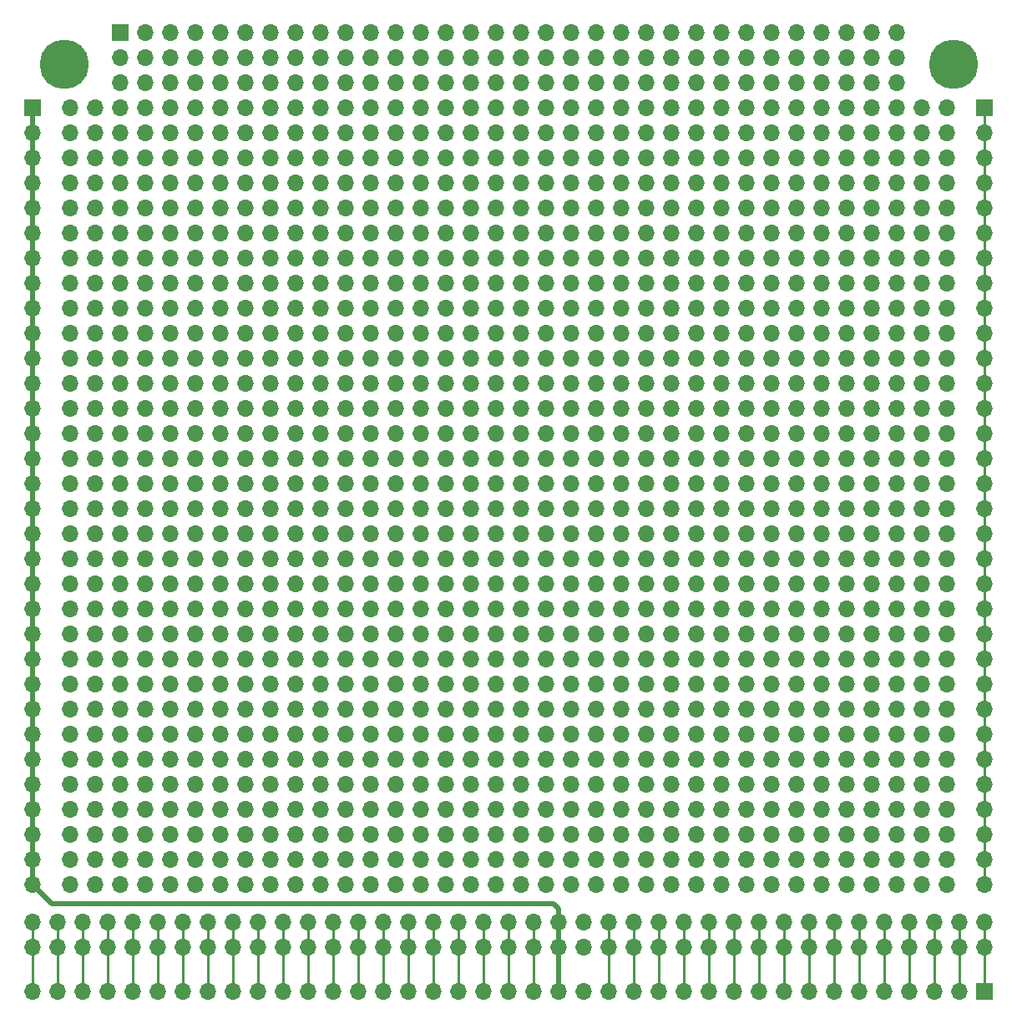
<source format=gtl>
G04 #@! TF.FileFunction,Copper,L1,Top,Signal*
%FSLAX46Y46*%
G04 Gerber Fmt 4.6, Leading zero omitted, Abs format (unit mm)*
G04 Created by KiCad (PCBNEW 4.0.7) date 02/09/19 17:10:25*
%MOMM*%
%LPD*%
G01*
G04 APERTURE LIST*
%ADD10C,0.100000*%
%ADD11R,1.700000X1.700000*%
%ADD12O,1.700000X1.700000*%
%ADD13C,5.000000*%
%ADD14C,0.250000*%
%ADD15C,0.500000*%
G04 APERTURE END LIST*
D10*
D11*
X110490000Y-42545000D03*
D12*
X113030000Y-42545000D03*
X115570000Y-42545000D03*
X118110000Y-42545000D03*
X120650000Y-42545000D03*
X123190000Y-42545000D03*
X125730000Y-42545000D03*
X128270000Y-42545000D03*
X130810000Y-42545000D03*
X133350000Y-42545000D03*
X135890000Y-42545000D03*
X138430000Y-42545000D03*
X140970000Y-42545000D03*
X143510000Y-42545000D03*
X146050000Y-42545000D03*
X148590000Y-42545000D03*
X151130000Y-42545000D03*
X153670000Y-42545000D03*
X156210000Y-42545000D03*
X158750000Y-42545000D03*
X161290000Y-42545000D03*
X163830000Y-42545000D03*
X166370000Y-42545000D03*
X168910000Y-42545000D03*
X171450000Y-42545000D03*
X173990000Y-42545000D03*
X176530000Y-42545000D03*
X179070000Y-42545000D03*
X181610000Y-42545000D03*
X184150000Y-42545000D03*
X186690000Y-42545000D03*
X189230000Y-42545000D03*
D11*
X198120000Y-139700000D03*
D12*
X195580000Y-139700000D03*
X193040000Y-139700000D03*
X190500000Y-139700000D03*
X187960000Y-139700000D03*
X185420000Y-139700000D03*
X182880000Y-139700000D03*
X180340000Y-139700000D03*
X177800000Y-139700000D03*
X175260000Y-139700000D03*
X172720000Y-139700000D03*
X170180000Y-139700000D03*
X167640000Y-139700000D03*
X165100000Y-139700000D03*
X162560000Y-139700000D03*
X160020000Y-139700000D03*
X157480000Y-139700000D03*
X154940000Y-139700000D03*
X152400000Y-139700000D03*
X149860000Y-139700000D03*
X147320000Y-139700000D03*
X144780000Y-139700000D03*
X142240000Y-139700000D03*
X139700000Y-139700000D03*
X137160000Y-139700000D03*
X134620000Y-139700000D03*
X132080000Y-139700000D03*
X129540000Y-139700000D03*
X127000000Y-139700000D03*
X124460000Y-139700000D03*
X121920000Y-139700000D03*
X119380000Y-139700000D03*
X116840000Y-139700000D03*
X114300000Y-139700000D03*
X111760000Y-139700000D03*
X109220000Y-139700000D03*
X106680000Y-139700000D03*
X104140000Y-139700000D03*
X101600000Y-139700000D03*
D13*
X194945000Y-45720000D03*
X104775000Y-45720000D03*
D11*
X198120000Y-50165000D03*
D12*
X198120000Y-52705000D03*
X198120000Y-55245000D03*
X198120000Y-57785000D03*
X198120000Y-60325000D03*
X198120000Y-62865000D03*
X198120000Y-65405000D03*
X198120000Y-67945000D03*
X198120000Y-70485000D03*
X198120000Y-73025000D03*
X198120000Y-75565000D03*
X198120000Y-78105000D03*
X198120000Y-80645000D03*
X198120000Y-83185000D03*
X198120000Y-85725000D03*
X198120000Y-88265000D03*
X198120000Y-90805000D03*
X198120000Y-93345000D03*
X198120000Y-95885000D03*
X198120000Y-98425000D03*
X198120000Y-100965000D03*
X198120000Y-103505000D03*
X198120000Y-106045000D03*
X198120000Y-108585000D03*
X198120000Y-111125000D03*
X198120000Y-113665000D03*
X198120000Y-116205000D03*
X198120000Y-118745000D03*
X198120000Y-121285000D03*
X198120000Y-123825000D03*
X198120000Y-126365000D03*
X198120000Y-128905000D03*
D11*
X101600000Y-50165000D03*
D12*
X101600000Y-52705000D03*
X101600000Y-55245000D03*
X101600000Y-57785000D03*
X101600000Y-60325000D03*
X101600000Y-62865000D03*
X101600000Y-65405000D03*
X101600000Y-67945000D03*
X101600000Y-70485000D03*
X101600000Y-73025000D03*
X101600000Y-75565000D03*
X101600000Y-78105000D03*
X101600000Y-80645000D03*
X101600000Y-83185000D03*
X101600000Y-85725000D03*
X101600000Y-88265000D03*
X101600000Y-90805000D03*
X101600000Y-93345000D03*
X101600000Y-95885000D03*
X101600000Y-98425000D03*
X101600000Y-100965000D03*
X101600000Y-103505000D03*
X101600000Y-106045000D03*
X101600000Y-108585000D03*
X101600000Y-111125000D03*
X101600000Y-113665000D03*
X101600000Y-116205000D03*
X101600000Y-118745000D03*
X101600000Y-121285000D03*
X101600000Y-123825000D03*
X101600000Y-126365000D03*
X101600000Y-128905000D03*
X107950000Y-50165000D03*
X107950000Y-52705000D03*
X107950000Y-55245000D03*
X107950000Y-57785000D03*
X107950000Y-60325000D03*
X107950000Y-62865000D03*
X107950000Y-65405000D03*
X107950000Y-67945000D03*
X107950000Y-70485000D03*
X107950000Y-73025000D03*
X107950000Y-75565000D03*
X107950000Y-78105000D03*
X107950000Y-80645000D03*
X107950000Y-83185000D03*
X107950000Y-85725000D03*
X107950000Y-88265000D03*
X107950000Y-90805000D03*
X107950000Y-93345000D03*
X107950000Y-95885000D03*
X107950000Y-98425000D03*
X107950000Y-100965000D03*
X107950000Y-103505000D03*
X107950000Y-106045000D03*
X107950000Y-108585000D03*
X107950000Y-111125000D03*
X107950000Y-113665000D03*
X107950000Y-116205000D03*
X107950000Y-118745000D03*
X107950000Y-121285000D03*
X107950000Y-123825000D03*
X107950000Y-126365000D03*
X107950000Y-128905000D03*
X110490000Y-45085000D03*
X110490000Y-47625000D03*
X110490000Y-50165000D03*
X110490000Y-52705000D03*
X110490000Y-55245000D03*
X110490000Y-57785000D03*
X110490000Y-60325000D03*
X110490000Y-62865000D03*
X110490000Y-65405000D03*
X110490000Y-67945000D03*
X110490000Y-70485000D03*
X110490000Y-73025000D03*
X110490000Y-75565000D03*
X110490000Y-78105000D03*
X110490000Y-80645000D03*
X110490000Y-83185000D03*
X110490000Y-85725000D03*
X110490000Y-88265000D03*
X110490000Y-90805000D03*
X110490000Y-93345000D03*
X110490000Y-95885000D03*
X110490000Y-98425000D03*
X110490000Y-100965000D03*
X110490000Y-103505000D03*
X110490000Y-106045000D03*
X110490000Y-108585000D03*
X110490000Y-111125000D03*
X110490000Y-113665000D03*
X110490000Y-116205000D03*
X110490000Y-118745000D03*
X110490000Y-121285000D03*
X110490000Y-123825000D03*
X110490000Y-126365000D03*
X110490000Y-128905000D03*
X105410000Y-50165000D03*
X105410000Y-52705000D03*
X105410000Y-55245000D03*
X105410000Y-57785000D03*
X105410000Y-60325000D03*
X105410000Y-62865000D03*
X105410000Y-65405000D03*
X105410000Y-67945000D03*
X105410000Y-70485000D03*
X105410000Y-73025000D03*
X105410000Y-75565000D03*
X105410000Y-78105000D03*
X105410000Y-80645000D03*
X105410000Y-83185000D03*
X105410000Y-85725000D03*
X105410000Y-88265000D03*
X105410000Y-90805000D03*
X105410000Y-93345000D03*
X105410000Y-95885000D03*
X105410000Y-98425000D03*
X105410000Y-100965000D03*
X105410000Y-103505000D03*
X105410000Y-106045000D03*
X105410000Y-108585000D03*
X105410000Y-111125000D03*
X105410000Y-113665000D03*
X105410000Y-116205000D03*
X105410000Y-118745000D03*
X105410000Y-121285000D03*
X105410000Y-123825000D03*
X105410000Y-126365000D03*
X105410000Y-128905000D03*
X194310000Y-50165000D03*
X194310000Y-52705000D03*
X194310000Y-55245000D03*
X194310000Y-57785000D03*
X194310000Y-60325000D03*
X194310000Y-62865000D03*
X194310000Y-65405000D03*
X194310000Y-67945000D03*
X194310000Y-70485000D03*
X194310000Y-73025000D03*
X194310000Y-75565000D03*
X194310000Y-78105000D03*
X194310000Y-80645000D03*
X194310000Y-83185000D03*
X194310000Y-85725000D03*
X194310000Y-88265000D03*
X194310000Y-90805000D03*
X194310000Y-93345000D03*
X194310000Y-95885000D03*
X194310000Y-98425000D03*
X194310000Y-100965000D03*
X194310000Y-103505000D03*
X194310000Y-106045000D03*
X194310000Y-108585000D03*
X194310000Y-111125000D03*
X194310000Y-113665000D03*
X194310000Y-116205000D03*
X194310000Y-118745000D03*
X194310000Y-121285000D03*
X194310000Y-123825000D03*
X194310000Y-126365000D03*
X194310000Y-128905000D03*
X191770000Y-50165000D03*
X191770000Y-52705000D03*
X191770000Y-55245000D03*
X191770000Y-57785000D03*
X191770000Y-60325000D03*
X191770000Y-62865000D03*
X191770000Y-65405000D03*
X191770000Y-67945000D03*
X191770000Y-70485000D03*
X191770000Y-73025000D03*
X191770000Y-75565000D03*
X191770000Y-78105000D03*
X191770000Y-80645000D03*
X191770000Y-83185000D03*
X191770000Y-85725000D03*
X191770000Y-88265000D03*
X191770000Y-90805000D03*
X191770000Y-93345000D03*
X191770000Y-95885000D03*
X191770000Y-98425000D03*
X191770000Y-100965000D03*
X191770000Y-103505000D03*
X191770000Y-106045000D03*
X191770000Y-108585000D03*
X191770000Y-111125000D03*
X191770000Y-113665000D03*
X191770000Y-116205000D03*
X191770000Y-118745000D03*
X191770000Y-121285000D03*
X191770000Y-123825000D03*
X191770000Y-126365000D03*
X191770000Y-128905000D03*
X113030000Y-45085000D03*
X113030000Y-47625000D03*
X113030000Y-50165000D03*
X113030000Y-52705000D03*
X113030000Y-55245000D03*
X113030000Y-57785000D03*
X113030000Y-60325000D03*
X113030000Y-62865000D03*
X113030000Y-65405000D03*
X113030000Y-67945000D03*
X113030000Y-70485000D03*
X113030000Y-73025000D03*
X113030000Y-75565000D03*
X113030000Y-78105000D03*
X113030000Y-80645000D03*
X113030000Y-83185000D03*
X113030000Y-85725000D03*
X113030000Y-88265000D03*
X113030000Y-90805000D03*
X113030000Y-93345000D03*
X113030000Y-95885000D03*
X113030000Y-98425000D03*
X113030000Y-100965000D03*
X113030000Y-103505000D03*
X113030000Y-106045000D03*
X113030000Y-108585000D03*
X113030000Y-111125000D03*
X113030000Y-113665000D03*
X113030000Y-116205000D03*
X113030000Y-118745000D03*
X113030000Y-121285000D03*
X113030000Y-123825000D03*
X113030000Y-126365000D03*
X113030000Y-128905000D03*
X115570000Y-45085000D03*
X115570000Y-47625000D03*
X115570000Y-50165000D03*
X115570000Y-52705000D03*
X115570000Y-55245000D03*
X115570000Y-57785000D03*
X115570000Y-60325000D03*
X115570000Y-62865000D03*
X115570000Y-65405000D03*
X115570000Y-67945000D03*
X115570000Y-70485000D03*
X115570000Y-73025000D03*
X115570000Y-75565000D03*
X115570000Y-78105000D03*
X115570000Y-80645000D03*
X115570000Y-83185000D03*
X115570000Y-85725000D03*
X115570000Y-88265000D03*
X115570000Y-90805000D03*
X115570000Y-93345000D03*
X115570000Y-95885000D03*
X115570000Y-98425000D03*
X115570000Y-100965000D03*
X115570000Y-103505000D03*
X115570000Y-106045000D03*
X115570000Y-108585000D03*
X115570000Y-111125000D03*
X115570000Y-113665000D03*
X115570000Y-116205000D03*
X115570000Y-118745000D03*
X115570000Y-121285000D03*
X115570000Y-123825000D03*
X115570000Y-126365000D03*
X115570000Y-128905000D03*
X118110000Y-45085000D03*
X118110000Y-47625000D03*
X118110000Y-50165000D03*
X118110000Y-52705000D03*
X118110000Y-55245000D03*
X118110000Y-57785000D03*
X118110000Y-60325000D03*
X118110000Y-62865000D03*
X118110000Y-65405000D03*
X118110000Y-67945000D03*
X118110000Y-70485000D03*
X118110000Y-73025000D03*
X118110000Y-75565000D03*
X118110000Y-78105000D03*
X118110000Y-80645000D03*
X118110000Y-83185000D03*
X118110000Y-85725000D03*
X118110000Y-88265000D03*
X118110000Y-90805000D03*
X118110000Y-93345000D03*
X118110000Y-95885000D03*
X118110000Y-98425000D03*
X118110000Y-100965000D03*
X118110000Y-103505000D03*
X118110000Y-106045000D03*
X118110000Y-108585000D03*
X118110000Y-111125000D03*
X118110000Y-113665000D03*
X118110000Y-116205000D03*
X118110000Y-118745000D03*
X118110000Y-121285000D03*
X118110000Y-123825000D03*
X118110000Y-126365000D03*
X118110000Y-128905000D03*
X120650000Y-45085000D03*
X120650000Y-47625000D03*
X120650000Y-50165000D03*
X120650000Y-52705000D03*
X120650000Y-55245000D03*
X120650000Y-57785000D03*
X120650000Y-60325000D03*
X120650000Y-62865000D03*
X120650000Y-65405000D03*
X120650000Y-67945000D03*
X120650000Y-70485000D03*
X120650000Y-73025000D03*
X120650000Y-75565000D03*
X120650000Y-78105000D03*
X120650000Y-80645000D03*
X120650000Y-83185000D03*
X120650000Y-85725000D03*
X120650000Y-88265000D03*
X120650000Y-90805000D03*
X120650000Y-93345000D03*
X120650000Y-95885000D03*
X120650000Y-98425000D03*
X120650000Y-100965000D03*
X120650000Y-103505000D03*
X120650000Y-106045000D03*
X120650000Y-108585000D03*
X120650000Y-111125000D03*
X120650000Y-113665000D03*
X120650000Y-116205000D03*
X120650000Y-118745000D03*
X120650000Y-121285000D03*
X120650000Y-123825000D03*
X120650000Y-126365000D03*
X120650000Y-128905000D03*
X123190000Y-45085000D03*
X123190000Y-47625000D03*
X123190000Y-50165000D03*
X123190000Y-52705000D03*
X123190000Y-55245000D03*
X123190000Y-57785000D03*
X123190000Y-60325000D03*
X123190000Y-62865000D03*
X123190000Y-65405000D03*
X123190000Y-67945000D03*
X123190000Y-70485000D03*
X123190000Y-73025000D03*
X123190000Y-75565000D03*
X123190000Y-78105000D03*
X123190000Y-80645000D03*
X123190000Y-83185000D03*
X123190000Y-85725000D03*
X123190000Y-88265000D03*
X123190000Y-90805000D03*
X123190000Y-93345000D03*
X123190000Y-95885000D03*
X123190000Y-98425000D03*
X123190000Y-100965000D03*
X123190000Y-103505000D03*
X123190000Y-106045000D03*
X123190000Y-108585000D03*
X123190000Y-111125000D03*
X123190000Y-113665000D03*
X123190000Y-116205000D03*
X123190000Y-118745000D03*
X123190000Y-121285000D03*
X123190000Y-123825000D03*
X123190000Y-126365000D03*
X123190000Y-128905000D03*
X125730000Y-45085000D03*
X125730000Y-47625000D03*
X125730000Y-50165000D03*
X125730000Y-52705000D03*
X125730000Y-55245000D03*
X125730000Y-57785000D03*
X125730000Y-60325000D03*
X125730000Y-62865000D03*
X125730000Y-65405000D03*
X125730000Y-67945000D03*
X125730000Y-70485000D03*
X125730000Y-73025000D03*
X125730000Y-75565000D03*
X125730000Y-78105000D03*
X125730000Y-80645000D03*
X125730000Y-83185000D03*
X125730000Y-85725000D03*
X125730000Y-88265000D03*
X125730000Y-90805000D03*
X125730000Y-93345000D03*
X125730000Y-95885000D03*
X125730000Y-98425000D03*
X125730000Y-100965000D03*
X125730000Y-103505000D03*
X125730000Y-106045000D03*
X125730000Y-108585000D03*
X125730000Y-111125000D03*
X125730000Y-113665000D03*
X125730000Y-116205000D03*
X125730000Y-118745000D03*
X125730000Y-121285000D03*
X125730000Y-123825000D03*
X125730000Y-126365000D03*
X125730000Y-128905000D03*
X128270000Y-45085000D03*
X128270000Y-47625000D03*
X128270000Y-50165000D03*
X128270000Y-52705000D03*
X128270000Y-55245000D03*
X128270000Y-57785000D03*
X128270000Y-60325000D03*
X128270000Y-62865000D03*
X128270000Y-65405000D03*
X128270000Y-67945000D03*
X128270000Y-70485000D03*
X128270000Y-73025000D03*
X128270000Y-75565000D03*
X128270000Y-78105000D03*
X128270000Y-80645000D03*
X128270000Y-83185000D03*
X128270000Y-85725000D03*
X128270000Y-88265000D03*
X128270000Y-90805000D03*
X128270000Y-93345000D03*
X128270000Y-95885000D03*
X128270000Y-98425000D03*
X128270000Y-100965000D03*
X128270000Y-103505000D03*
X128270000Y-106045000D03*
X128270000Y-108585000D03*
X128270000Y-111125000D03*
X128270000Y-113665000D03*
X128270000Y-116205000D03*
X128270000Y-118745000D03*
X128270000Y-121285000D03*
X128270000Y-123825000D03*
X128270000Y-126365000D03*
X128270000Y-128905000D03*
X130810000Y-45085000D03*
X130810000Y-47625000D03*
X130810000Y-50165000D03*
X130810000Y-52705000D03*
X130810000Y-55245000D03*
X130810000Y-57785000D03*
X130810000Y-60325000D03*
X130810000Y-62865000D03*
X130810000Y-65405000D03*
X130810000Y-67945000D03*
X130810000Y-70485000D03*
X130810000Y-73025000D03*
X130810000Y-75565000D03*
X130810000Y-78105000D03*
X130810000Y-80645000D03*
X130810000Y-83185000D03*
X130810000Y-85725000D03*
X130810000Y-88265000D03*
X130810000Y-90805000D03*
X130810000Y-93345000D03*
X130810000Y-95885000D03*
X130810000Y-98425000D03*
X130810000Y-100965000D03*
X130810000Y-103505000D03*
X130810000Y-106045000D03*
X130810000Y-108585000D03*
X130810000Y-111125000D03*
X130810000Y-113665000D03*
X130810000Y-116205000D03*
X130810000Y-118745000D03*
X130810000Y-121285000D03*
X130810000Y-123825000D03*
X130810000Y-126365000D03*
X130810000Y-128905000D03*
X133350000Y-45085000D03*
X133350000Y-47625000D03*
X133350000Y-50165000D03*
X133350000Y-52705000D03*
X133350000Y-55245000D03*
X133350000Y-57785000D03*
X133350000Y-60325000D03*
X133350000Y-62865000D03*
X133350000Y-65405000D03*
X133350000Y-67945000D03*
X133350000Y-70485000D03*
X133350000Y-73025000D03*
X133350000Y-75565000D03*
X133350000Y-78105000D03*
X133350000Y-80645000D03*
X133350000Y-83185000D03*
X133350000Y-85725000D03*
X133350000Y-88265000D03*
X133350000Y-90805000D03*
X133350000Y-93345000D03*
X133350000Y-95885000D03*
X133350000Y-98425000D03*
X133350000Y-100965000D03*
X133350000Y-103505000D03*
X133350000Y-106045000D03*
X133350000Y-108585000D03*
X133350000Y-111125000D03*
X133350000Y-113665000D03*
X133350000Y-116205000D03*
X133350000Y-118745000D03*
X133350000Y-121285000D03*
X133350000Y-123825000D03*
X133350000Y-126365000D03*
X133350000Y-128905000D03*
X135890000Y-45085000D03*
X135890000Y-47625000D03*
X135890000Y-50165000D03*
X135890000Y-52705000D03*
X135890000Y-55245000D03*
X135890000Y-57785000D03*
X135890000Y-60325000D03*
X135890000Y-62865000D03*
X135890000Y-65405000D03*
X135890000Y-67945000D03*
X135890000Y-70485000D03*
X135890000Y-73025000D03*
X135890000Y-75565000D03*
X135890000Y-78105000D03*
X135890000Y-80645000D03*
X135890000Y-83185000D03*
X135890000Y-85725000D03*
X135890000Y-88265000D03*
X135890000Y-90805000D03*
X135890000Y-93345000D03*
X135890000Y-95885000D03*
X135890000Y-98425000D03*
X135890000Y-100965000D03*
X135890000Y-103505000D03*
X135890000Y-106045000D03*
X135890000Y-108585000D03*
X135890000Y-111125000D03*
X135890000Y-113665000D03*
X135890000Y-116205000D03*
X135890000Y-118745000D03*
X135890000Y-121285000D03*
X135890000Y-123825000D03*
X135890000Y-126365000D03*
X135890000Y-128905000D03*
X138430000Y-45085000D03*
X138430000Y-47625000D03*
X138430000Y-50165000D03*
X138430000Y-52705000D03*
X138430000Y-55245000D03*
X138430000Y-57785000D03*
X138430000Y-60325000D03*
X138430000Y-62865000D03*
X138430000Y-65405000D03*
X138430000Y-67945000D03*
X138430000Y-70485000D03*
X138430000Y-73025000D03*
X138430000Y-75565000D03*
X138430000Y-78105000D03*
X138430000Y-80645000D03*
X138430000Y-83185000D03*
X138430000Y-85725000D03*
X138430000Y-88265000D03*
X138430000Y-90805000D03*
X138430000Y-93345000D03*
X138430000Y-95885000D03*
X138430000Y-98425000D03*
X138430000Y-100965000D03*
X138430000Y-103505000D03*
X138430000Y-106045000D03*
X138430000Y-108585000D03*
X138430000Y-111125000D03*
X138430000Y-113665000D03*
X138430000Y-116205000D03*
X138430000Y-118745000D03*
X138430000Y-121285000D03*
X138430000Y-123825000D03*
X138430000Y-126365000D03*
X138430000Y-128905000D03*
X140970000Y-45085000D03*
X140970000Y-47625000D03*
X140970000Y-50165000D03*
X140970000Y-52705000D03*
X140970000Y-55245000D03*
X140970000Y-57785000D03*
X140970000Y-60325000D03*
X140970000Y-62865000D03*
X140970000Y-65405000D03*
X140970000Y-67945000D03*
X140970000Y-70485000D03*
X140970000Y-73025000D03*
X140970000Y-75565000D03*
X140970000Y-78105000D03*
X140970000Y-80645000D03*
X140970000Y-83185000D03*
X140970000Y-85725000D03*
X140970000Y-88265000D03*
X140970000Y-90805000D03*
X140970000Y-93345000D03*
X140970000Y-95885000D03*
X140970000Y-98425000D03*
X140970000Y-100965000D03*
X140970000Y-103505000D03*
X140970000Y-106045000D03*
X140970000Y-108585000D03*
X140970000Y-111125000D03*
X140970000Y-113665000D03*
X140970000Y-116205000D03*
X140970000Y-118745000D03*
X140970000Y-121285000D03*
X140970000Y-123825000D03*
X140970000Y-126365000D03*
X140970000Y-128905000D03*
X143510000Y-45085000D03*
X143510000Y-47625000D03*
X143510000Y-50165000D03*
X143510000Y-52705000D03*
X143510000Y-55245000D03*
X143510000Y-57785000D03*
X143510000Y-60325000D03*
X143510000Y-62865000D03*
X143510000Y-65405000D03*
X143510000Y-67945000D03*
X143510000Y-70485000D03*
X143510000Y-73025000D03*
X143510000Y-75565000D03*
X143510000Y-78105000D03*
X143510000Y-80645000D03*
X143510000Y-83185000D03*
X143510000Y-85725000D03*
X143510000Y-88265000D03*
X143510000Y-90805000D03*
X143510000Y-93345000D03*
X143510000Y-95885000D03*
X143510000Y-98425000D03*
X143510000Y-100965000D03*
X143510000Y-103505000D03*
X143510000Y-106045000D03*
X143510000Y-108585000D03*
X143510000Y-111125000D03*
X143510000Y-113665000D03*
X143510000Y-116205000D03*
X143510000Y-118745000D03*
X143510000Y-121285000D03*
X143510000Y-123825000D03*
X143510000Y-126365000D03*
X143510000Y-128905000D03*
X146050000Y-45085000D03*
X146050000Y-47625000D03*
X146050000Y-50165000D03*
X146050000Y-52705000D03*
X146050000Y-55245000D03*
X146050000Y-57785000D03*
X146050000Y-60325000D03*
X146050000Y-62865000D03*
X146050000Y-65405000D03*
X146050000Y-67945000D03*
X146050000Y-70485000D03*
X146050000Y-73025000D03*
X146050000Y-75565000D03*
X146050000Y-78105000D03*
X146050000Y-80645000D03*
X146050000Y-83185000D03*
X146050000Y-85725000D03*
X146050000Y-88265000D03*
X146050000Y-90805000D03*
X146050000Y-93345000D03*
X146050000Y-95885000D03*
X146050000Y-98425000D03*
X146050000Y-100965000D03*
X146050000Y-103505000D03*
X146050000Y-106045000D03*
X146050000Y-108585000D03*
X146050000Y-111125000D03*
X146050000Y-113665000D03*
X146050000Y-116205000D03*
X146050000Y-118745000D03*
X146050000Y-121285000D03*
X146050000Y-123825000D03*
X146050000Y-126365000D03*
X146050000Y-128905000D03*
X148590000Y-45085000D03*
X148590000Y-47625000D03*
X148590000Y-50165000D03*
X148590000Y-52705000D03*
X148590000Y-55245000D03*
X148590000Y-57785000D03*
X148590000Y-60325000D03*
X148590000Y-62865000D03*
X148590000Y-65405000D03*
X148590000Y-67945000D03*
X148590000Y-70485000D03*
X148590000Y-73025000D03*
X148590000Y-75565000D03*
X148590000Y-78105000D03*
X148590000Y-80645000D03*
X148590000Y-83185000D03*
X148590000Y-85725000D03*
X148590000Y-88265000D03*
X148590000Y-90805000D03*
X148590000Y-93345000D03*
X148590000Y-95885000D03*
X148590000Y-98425000D03*
X148590000Y-100965000D03*
X148590000Y-103505000D03*
X148590000Y-106045000D03*
X148590000Y-108585000D03*
X148590000Y-111125000D03*
X148590000Y-113665000D03*
X148590000Y-116205000D03*
X148590000Y-118745000D03*
X148590000Y-121285000D03*
X148590000Y-123825000D03*
X148590000Y-126365000D03*
X148590000Y-128905000D03*
X151130000Y-45085000D03*
X151130000Y-47625000D03*
X151130000Y-50165000D03*
X151130000Y-52705000D03*
X151130000Y-55245000D03*
X151130000Y-57785000D03*
X151130000Y-60325000D03*
X151130000Y-62865000D03*
X151130000Y-65405000D03*
X151130000Y-67945000D03*
X151130000Y-70485000D03*
X151130000Y-73025000D03*
X151130000Y-75565000D03*
X151130000Y-78105000D03*
X151130000Y-80645000D03*
X151130000Y-83185000D03*
X151130000Y-85725000D03*
X151130000Y-88265000D03*
X151130000Y-90805000D03*
X151130000Y-93345000D03*
X151130000Y-95885000D03*
X151130000Y-98425000D03*
X151130000Y-100965000D03*
X151130000Y-103505000D03*
X151130000Y-106045000D03*
X151130000Y-108585000D03*
X151130000Y-111125000D03*
X151130000Y-113665000D03*
X151130000Y-116205000D03*
X151130000Y-118745000D03*
X151130000Y-121285000D03*
X151130000Y-123825000D03*
X151130000Y-126365000D03*
X151130000Y-128905000D03*
X153670000Y-45085000D03*
X153670000Y-47625000D03*
X153670000Y-50165000D03*
X153670000Y-52705000D03*
X153670000Y-55245000D03*
X153670000Y-57785000D03*
X153670000Y-60325000D03*
X153670000Y-62865000D03*
X153670000Y-65405000D03*
X153670000Y-67945000D03*
X153670000Y-70485000D03*
X153670000Y-73025000D03*
X153670000Y-75565000D03*
X153670000Y-78105000D03*
X153670000Y-80645000D03*
X153670000Y-83185000D03*
X153670000Y-85725000D03*
X153670000Y-88265000D03*
X153670000Y-90805000D03*
X153670000Y-93345000D03*
X153670000Y-95885000D03*
X153670000Y-98425000D03*
X153670000Y-100965000D03*
X153670000Y-103505000D03*
X153670000Y-106045000D03*
X153670000Y-108585000D03*
X153670000Y-111125000D03*
X153670000Y-113665000D03*
X153670000Y-116205000D03*
X153670000Y-118745000D03*
X153670000Y-121285000D03*
X153670000Y-123825000D03*
X153670000Y-126365000D03*
X153670000Y-128905000D03*
X156210000Y-45085000D03*
X156210000Y-47625000D03*
X156210000Y-50165000D03*
X156210000Y-52705000D03*
X156210000Y-55245000D03*
X156210000Y-57785000D03*
X156210000Y-60325000D03*
X156210000Y-62865000D03*
X156210000Y-65405000D03*
X156210000Y-67945000D03*
X156210000Y-70485000D03*
X156210000Y-73025000D03*
X156210000Y-75565000D03*
X156210000Y-78105000D03*
X156210000Y-80645000D03*
X156210000Y-83185000D03*
X156210000Y-85725000D03*
X156210000Y-88265000D03*
X156210000Y-90805000D03*
X156210000Y-93345000D03*
X156210000Y-95885000D03*
X156210000Y-98425000D03*
X156210000Y-100965000D03*
X156210000Y-103505000D03*
X156210000Y-106045000D03*
X156210000Y-108585000D03*
X156210000Y-111125000D03*
X156210000Y-113665000D03*
X156210000Y-116205000D03*
X156210000Y-118745000D03*
X156210000Y-121285000D03*
X156210000Y-123825000D03*
X156210000Y-126365000D03*
X156210000Y-128905000D03*
X158750000Y-45085000D03*
X158750000Y-47625000D03*
X158750000Y-50165000D03*
X158750000Y-52705000D03*
X158750000Y-55245000D03*
X158750000Y-57785000D03*
X158750000Y-60325000D03*
X158750000Y-62865000D03*
X158750000Y-65405000D03*
X158750000Y-67945000D03*
X158750000Y-70485000D03*
X158750000Y-73025000D03*
X158750000Y-75565000D03*
X158750000Y-78105000D03*
X158750000Y-80645000D03*
X158750000Y-83185000D03*
X158750000Y-85725000D03*
X158750000Y-88265000D03*
X158750000Y-90805000D03*
X158750000Y-93345000D03*
X158750000Y-95885000D03*
X158750000Y-98425000D03*
X158750000Y-100965000D03*
X158750000Y-103505000D03*
X158750000Y-106045000D03*
X158750000Y-108585000D03*
X158750000Y-111125000D03*
X158750000Y-113665000D03*
X158750000Y-116205000D03*
X158750000Y-118745000D03*
X158750000Y-121285000D03*
X158750000Y-123825000D03*
X158750000Y-126365000D03*
X158750000Y-128905000D03*
X161290000Y-45085000D03*
X161290000Y-47625000D03*
X161290000Y-50165000D03*
X161290000Y-52705000D03*
X161290000Y-55245000D03*
X161290000Y-57785000D03*
X161290000Y-60325000D03*
X161290000Y-62865000D03*
X161290000Y-65405000D03*
X161290000Y-67945000D03*
X161290000Y-70485000D03*
X161290000Y-73025000D03*
X161290000Y-75565000D03*
X161290000Y-78105000D03*
X161290000Y-80645000D03*
X161290000Y-83185000D03*
X161290000Y-85725000D03*
X161290000Y-88265000D03*
X161290000Y-90805000D03*
X161290000Y-93345000D03*
X161290000Y-95885000D03*
X161290000Y-98425000D03*
X161290000Y-100965000D03*
X161290000Y-103505000D03*
X161290000Y-106045000D03*
X161290000Y-108585000D03*
X161290000Y-111125000D03*
X161290000Y-113665000D03*
X161290000Y-116205000D03*
X161290000Y-118745000D03*
X161290000Y-121285000D03*
X161290000Y-123825000D03*
X161290000Y-126365000D03*
X161290000Y-128905000D03*
X163830000Y-45085000D03*
X163830000Y-47625000D03*
X163830000Y-50165000D03*
X163830000Y-52705000D03*
X163830000Y-55245000D03*
X163830000Y-57785000D03*
X163830000Y-60325000D03*
X163830000Y-62865000D03*
X163830000Y-65405000D03*
X163830000Y-67945000D03*
X163830000Y-70485000D03*
X163830000Y-73025000D03*
X163830000Y-75565000D03*
X163830000Y-78105000D03*
X163830000Y-80645000D03*
X163830000Y-83185000D03*
X163830000Y-85725000D03*
X163830000Y-88265000D03*
X163830000Y-90805000D03*
X163830000Y-93345000D03*
X163830000Y-95885000D03*
X163830000Y-98425000D03*
X163830000Y-100965000D03*
X163830000Y-103505000D03*
X163830000Y-106045000D03*
X163830000Y-108585000D03*
X163830000Y-111125000D03*
X163830000Y-113665000D03*
X163830000Y-116205000D03*
X163830000Y-118745000D03*
X163830000Y-121285000D03*
X163830000Y-123825000D03*
X163830000Y-126365000D03*
X163830000Y-128905000D03*
X166370000Y-45085000D03*
X166370000Y-47625000D03*
X166370000Y-50165000D03*
X166370000Y-52705000D03*
X166370000Y-55245000D03*
X166370000Y-57785000D03*
X166370000Y-60325000D03*
X166370000Y-62865000D03*
X166370000Y-65405000D03*
X166370000Y-67945000D03*
X166370000Y-70485000D03*
X166370000Y-73025000D03*
X166370000Y-75565000D03*
X166370000Y-78105000D03*
X166370000Y-80645000D03*
X166370000Y-83185000D03*
X166370000Y-85725000D03*
X166370000Y-88265000D03*
X166370000Y-90805000D03*
X166370000Y-93345000D03*
X166370000Y-95885000D03*
X166370000Y-98425000D03*
X166370000Y-100965000D03*
X166370000Y-103505000D03*
X166370000Y-106045000D03*
X166370000Y-108585000D03*
X166370000Y-111125000D03*
X166370000Y-113665000D03*
X166370000Y-116205000D03*
X166370000Y-118745000D03*
X166370000Y-121285000D03*
X166370000Y-123825000D03*
X166370000Y-126365000D03*
X166370000Y-128905000D03*
X168910000Y-45085000D03*
X168910000Y-47625000D03*
X168910000Y-50165000D03*
X168910000Y-52705000D03*
X168910000Y-55245000D03*
X168910000Y-57785000D03*
X168910000Y-60325000D03*
X168910000Y-62865000D03*
X168910000Y-65405000D03*
X168910000Y-67945000D03*
X168910000Y-70485000D03*
X168910000Y-73025000D03*
X168910000Y-75565000D03*
X168910000Y-78105000D03*
X168910000Y-80645000D03*
X168910000Y-83185000D03*
X168910000Y-85725000D03*
X168910000Y-88265000D03*
X168910000Y-90805000D03*
X168910000Y-93345000D03*
X168910000Y-95885000D03*
X168910000Y-98425000D03*
X168910000Y-100965000D03*
X168910000Y-103505000D03*
X168910000Y-106045000D03*
X168910000Y-108585000D03*
X168910000Y-111125000D03*
X168910000Y-113665000D03*
X168910000Y-116205000D03*
X168910000Y-118745000D03*
X168910000Y-121285000D03*
X168910000Y-123825000D03*
X168910000Y-126365000D03*
X168910000Y-128905000D03*
X171450000Y-45085000D03*
X171450000Y-47625000D03*
X171450000Y-50165000D03*
X171450000Y-52705000D03*
X171450000Y-55245000D03*
X171450000Y-57785000D03*
X171450000Y-60325000D03*
X171450000Y-62865000D03*
X171450000Y-65405000D03*
X171450000Y-67945000D03*
X171450000Y-70485000D03*
X171450000Y-73025000D03*
X171450000Y-75565000D03*
X171450000Y-78105000D03*
X171450000Y-80645000D03*
X171450000Y-83185000D03*
X171450000Y-85725000D03*
X171450000Y-88265000D03*
X171450000Y-90805000D03*
X171450000Y-93345000D03*
X171450000Y-95885000D03*
X171450000Y-98425000D03*
X171450000Y-100965000D03*
X171450000Y-103505000D03*
X171450000Y-106045000D03*
X171450000Y-108585000D03*
X171450000Y-111125000D03*
X171450000Y-113665000D03*
X171450000Y-116205000D03*
X171450000Y-118745000D03*
X171450000Y-121285000D03*
X171450000Y-123825000D03*
X171450000Y-126365000D03*
X171450000Y-128905000D03*
X173990000Y-45085000D03*
X173990000Y-47625000D03*
X173990000Y-50165000D03*
X173990000Y-52705000D03*
X173990000Y-55245000D03*
X173990000Y-57785000D03*
X173990000Y-60325000D03*
X173990000Y-62865000D03*
X173990000Y-65405000D03*
X173990000Y-67945000D03*
X173990000Y-70485000D03*
X173990000Y-73025000D03*
X173990000Y-75565000D03*
X173990000Y-78105000D03*
X173990000Y-80645000D03*
X173990000Y-83185000D03*
X173990000Y-85725000D03*
X173990000Y-88265000D03*
X173990000Y-90805000D03*
X173990000Y-93345000D03*
X173990000Y-95885000D03*
X173990000Y-98425000D03*
X173990000Y-100965000D03*
X173990000Y-103505000D03*
X173990000Y-106045000D03*
X173990000Y-108585000D03*
X173990000Y-111125000D03*
X173990000Y-113665000D03*
X173990000Y-116205000D03*
X173990000Y-118745000D03*
X173990000Y-121285000D03*
X173990000Y-123825000D03*
X173990000Y-126365000D03*
X173990000Y-128905000D03*
X176530000Y-45085000D03*
X176530000Y-47625000D03*
X176530000Y-50165000D03*
X176530000Y-52705000D03*
X176530000Y-55245000D03*
X176530000Y-57785000D03*
X176530000Y-60325000D03*
X176530000Y-62865000D03*
X176530000Y-65405000D03*
X176530000Y-67945000D03*
X176530000Y-70485000D03*
X176530000Y-73025000D03*
X176530000Y-75565000D03*
X176530000Y-78105000D03*
X176530000Y-80645000D03*
X176530000Y-83185000D03*
X176530000Y-85725000D03*
X176530000Y-88265000D03*
X176530000Y-90805000D03*
X176530000Y-93345000D03*
X176530000Y-95885000D03*
X176530000Y-98425000D03*
X176530000Y-100965000D03*
X176530000Y-103505000D03*
X176530000Y-106045000D03*
X176530000Y-108585000D03*
X176530000Y-111125000D03*
X176530000Y-113665000D03*
X176530000Y-116205000D03*
X176530000Y-118745000D03*
X176530000Y-121285000D03*
X176530000Y-123825000D03*
X176530000Y-126365000D03*
X176530000Y-128905000D03*
X179070000Y-45085000D03*
X179070000Y-47625000D03*
X179070000Y-50165000D03*
X179070000Y-52705000D03*
X179070000Y-55245000D03*
X179070000Y-57785000D03*
X179070000Y-60325000D03*
X179070000Y-62865000D03*
X179070000Y-65405000D03*
X179070000Y-67945000D03*
X179070000Y-70485000D03*
X179070000Y-73025000D03*
X179070000Y-75565000D03*
X179070000Y-78105000D03*
X179070000Y-80645000D03*
X179070000Y-83185000D03*
X179070000Y-85725000D03*
X179070000Y-88265000D03*
X179070000Y-90805000D03*
X179070000Y-93345000D03*
X179070000Y-95885000D03*
X179070000Y-98425000D03*
X179070000Y-100965000D03*
X179070000Y-103505000D03*
X179070000Y-106045000D03*
X179070000Y-108585000D03*
X179070000Y-111125000D03*
X179070000Y-113665000D03*
X179070000Y-116205000D03*
X179070000Y-118745000D03*
X179070000Y-121285000D03*
X179070000Y-123825000D03*
X179070000Y-126365000D03*
X179070000Y-128905000D03*
X181610000Y-45085000D03*
X181610000Y-47625000D03*
X181610000Y-50165000D03*
X181610000Y-52705000D03*
X181610000Y-55245000D03*
X181610000Y-57785000D03*
X181610000Y-60325000D03*
X181610000Y-62865000D03*
X181610000Y-65405000D03*
X181610000Y-67945000D03*
X181610000Y-70485000D03*
X181610000Y-73025000D03*
X181610000Y-75565000D03*
X181610000Y-78105000D03*
X181610000Y-80645000D03*
X181610000Y-83185000D03*
X181610000Y-85725000D03*
X181610000Y-88265000D03*
X181610000Y-90805000D03*
X181610000Y-93345000D03*
X181610000Y-95885000D03*
X181610000Y-98425000D03*
X181610000Y-100965000D03*
X181610000Y-103505000D03*
X181610000Y-106045000D03*
X181610000Y-108585000D03*
X181610000Y-111125000D03*
X181610000Y-113665000D03*
X181610000Y-116205000D03*
X181610000Y-118745000D03*
X181610000Y-121285000D03*
X181610000Y-123825000D03*
X181610000Y-126365000D03*
X181610000Y-128905000D03*
X184150000Y-45085000D03*
X184150000Y-47625000D03*
X184150000Y-50165000D03*
X184150000Y-52705000D03*
X184150000Y-55245000D03*
X184150000Y-57785000D03*
X184150000Y-60325000D03*
X184150000Y-62865000D03*
X184150000Y-65405000D03*
X184150000Y-67945000D03*
X184150000Y-70485000D03*
X184150000Y-73025000D03*
X184150000Y-75565000D03*
X184150000Y-78105000D03*
X184150000Y-80645000D03*
X184150000Y-83185000D03*
X184150000Y-85725000D03*
X184150000Y-88265000D03*
X184150000Y-90805000D03*
X184150000Y-93345000D03*
X184150000Y-95885000D03*
X184150000Y-98425000D03*
X184150000Y-100965000D03*
X184150000Y-103505000D03*
X184150000Y-106045000D03*
X184150000Y-108585000D03*
X184150000Y-111125000D03*
X184150000Y-113665000D03*
X184150000Y-116205000D03*
X184150000Y-118745000D03*
X184150000Y-121285000D03*
X184150000Y-123825000D03*
X184150000Y-126365000D03*
X184150000Y-128905000D03*
X186690000Y-45085000D03*
X186690000Y-47625000D03*
X186690000Y-50165000D03*
X186690000Y-52705000D03*
X186690000Y-55245000D03*
X186690000Y-57785000D03*
X186690000Y-60325000D03*
X186690000Y-62865000D03*
X186690000Y-65405000D03*
X186690000Y-67945000D03*
X186690000Y-70485000D03*
X186690000Y-73025000D03*
X186690000Y-75565000D03*
X186690000Y-78105000D03*
X186690000Y-80645000D03*
X186690000Y-83185000D03*
X186690000Y-85725000D03*
X186690000Y-88265000D03*
X186690000Y-90805000D03*
X186690000Y-93345000D03*
X186690000Y-95885000D03*
X186690000Y-98425000D03*
X186690000Y-100965000D03*
X186690000Y-103505000D03*
X186690000Y-106045000D03*
X186690000Y-108585000D03*
X186690000Y-111125000D03*
X186690000Y-113665000D03*
X186690000Y-116205000D03*
X186690000Y-118745000D03*
X186690000Y-121285000D03*
X186690000Y-123825000D03*
X186690000Y-126365000D03*
X186690000Y-128905000D03*
X189230000Y-45085000D03*
X189230000Y-47625000D03*
X189230000Y-50165000D03*
X189230000Y-52705000D03*
X189230000Y-55245000D03*
X189230000Y-57785000D03*
X189230000Y-60325000D03*
X189230000Y-62865000D03*
X189230000Y-65405000D03*
X189230000Y-67945000D03*
X189230000Y-70485000D03*
X189230000Y-73025000D03*
X189230000Y-75565000D03*
X189230000Y-78105000D03*
X189230000Y-80645000D03*
X189230000Y-83185000D03*
X189230000Y-85725000D03*
X189230000Y-88265000D03*
X189230000Y-90805000D03*
X189230000Y-93345000D03*
X189230000Y-95885000D03*
X189230000Y-98425000D03*
X189230000Y-100965000D03*
X189230000Y-103505000D03*
X189230000Y-106045000D03*
X189230000Y-108585000D03*
X189230000Y-111125000D03*
X189230000Y-113665000D03*
X189230000Y-116205000D03*
X189230000Y-118745000D03*
X189230000Y-121285000D03*
X189230000Y-123825000D03*
X189230000Y-126365000D03*
X189230000Y-128905000D03*
X101600000Y-135255000D03*
X104140000Y-135255000D03*
X106680000Y-135255000D03*
X109220000Y-135255000D03*
X111760000Y-135255000D03*
X114300000Y-135255000D03*
X116840000Y-135255000D03*
X119380000Y-135255000D03*
X121920000Y-135255000D03*
X124460000Y-135255000D03*
X127000000Y-135255000D03*
X129540000Y-135255000D03*
X132080000Y-135255000D03*
X134620000Y-135255000D03*
X137160000Y-135255000D03*
X139700000Y-135255000D03*
X142240000Y-135255000D03*
X144780000Y-135255000D03*
X147320000Y-135255000D03*
X149860000Y-135255000D03*
X152400000Y-135255000D03*
X154940000Y-135255000D03*
X157480000Y-135255000D03*
X160020000Y-135255000D03*
X162560000Y-135255000D03*
X165100000Y-135255000D03*
X167640000Y-135255000D03*
X170180000Y-135255000D03*
X172720000Y-135255000D03*
X175260000Y-135255000D03*
X177800000Y-135255000D03*
X180340000Y-135255000D03*
X182880000Y-135255000D03*
X185420000Y-135255000D03*
X187960000Y-135255000D03*
X190500000Y-135255000D03*
X193040000Y-135255000D03*
X195580000Y-135255000D03*
X198120000Y-135255000D03*
X198120000Y-132715000D03*
X195580000Y-132715000D03*
X193040000Y-132715000D03*
X190500000Y-132715000D03*
X187960000Y-132715000D03*
X185420000Y-132715000D03*
X182880000Y-132715000D03*
X180340000Y-132715000D03*
X177800000Y-132715000D03*
X175260000Y-132715000D03*
X172720000Y-132715000D03*
X170180000Y-132715000D03*
X167640000Y-132715000D03*
X165100000Y-132715000D03*
X162560000Y-132715000D03*
X160020000Y-132715000D03*
X157480000Y-132715000D03*
X154940000Y-132715000D03*
X152400000Y-132715000D03*
X149860000Y-132715000D03*
X147320000Y-132715000D03*
X144780000Y-132715000D03*
X142240000Y-132715000D03*
X139700000Y-132715000D03*
X137160000Y-132715000D03*
X134620000Y-132715000D03*
X132080000Y-132715000D03*
X129540000Y-132715000D03*
X127000000Y-132715000D03*
X124460000Y-132715000D03*
X121920000Y-132715000D03*
X119380000Y-132715000D03*
X116840000Y-132715000D03*
X114300000Y-132715000D03*
X111760000Y-132715000D03*
X109220000Y-132715000D03*
X106680000Y-132715000D03*
X104140000Y-132715000D03*
X101600000Y-132715000D03*
D14*
X198120000Y-135255000D02*
X198120000Y-139700000D01*
X198120000Y-132715000D02*
X198120000Y-135255000D01*
X195580000Y-139700000D02*
X195580000Y-135255000D01*
X195580000Y-135255000D02*
X195580000Y-132715000D01*
X193040000Y-132715000D02*
X193040000Y-135255000D01*
X193040000Y-135255000D02*
X193040000Y-139700000D01*
X190500000Y-139700000D02*
X190500000Y-135255000D01*
X190500000Y-135255000D02*
X190500000Y-132715000D01*
X187960000Y-132715000D02*
X187960000Y-135255000D01*
X187960000Y-135255000D02*
X187960000Y-139700000D01*
X185420000Y-139700000D02*
X185420000Y-135255000D01*
X185420000Y-135255000D02*
X185420000Y-132715000D01*
X182880000Y-132715000D02*
X182880000Y-135255000D01*
X182880000Y-135255000D02*
X182880000Y-139700000D01*
X180340000Y-139700000D02*
X180340000Y-135255000D01*
X180340000Y-135255000D02*
X180340000Y-132715000D01*
X177800000Y-132715000D02*
X177800000Y-135255000D01*
X177800000Y-135255000D02*
X177800000Y-139700000D01*
X175260000Y-139700000D02*
X175260000Y-135255000D01*
X175260000Y-135255000D02*
X175260000Y-132715000D01*
X172720000Y-139700000D02*
X172720000Y-135255000D01*
X172720000Y-135255000D02*
X172720000Y-132715000D01*
X170180000Y-132715000D02*
X170180000Y-135255000D01*
X170180000Y-135255000D02*
X170180000Y-139700000D01*
X167640000Y-139700000D02*
X167640000Y-135255000D01*
X167640000Y-135255000D02*
X167640000Y-132715000D01*
X165100000Y-139700000D02*
X165100000Y-135255000D01*
X165100000Y-135255000D02*
X165100000Y-132715000D01*
X162560000Y-132715000D02*
X162560000Y-135255000D01*
X162560000Y-135255000D02*
X162560000Y-139700000D01*
X160020000Y-139700000D02*
X160020000Y-135255000D01*
X160020000Y-135255000D02*
X160020000Y-132715000D01*
X152400000Y-139700000D02*
X152400000Y-135255000D01*
X152400000Y-135255000D02*
X152400000Y-132715000D01*
X149860000Y-139700000D02*
X149860000Y-135255000D01*
X149860000Y-135255000D02*
X149860000Y-132715000D01*
X147320000Y-132715000D02*
X147320000Y-135255000D01*
X147320000Y-135255000D02*
X147320000Y-139700000D01*
X144780000Y-139700000D02*
X144780000Y-135255000D01*
X144780000Y-135255000D02*
X144780000Y-132715000D01*
X142240000Y-132715000D02*
X142240000Y-135255000D01*
X142240000Y-135255000D02*
X142240000Y-139700000D01*
X139700000Y-139700000D02*
X139700000Y-135255000D01*
X139700000Y-135255000D02*
X139700000Y-132715000D01*
X137160000Y-132715000D02*
X137160000Y-135255000D01*
X137160000Y-135255000D02*
X137160000Y-139700000D01*
X134620000Y-139700000D02*
X134620000Y-135255000D01*
X134620000Y-135255000D02*
X134620000Y-132715000D01*
X132080000Y-132715000D02*
X132080000Y-135255000D01*
X132080000Y-135255000D02*
X132080000Y-139700000D01*
X129540000Y-139700000D02*
X129540000Y-135255000D01*
X129540000Y-135255000D02*
X129540000Y-132715000D01*
X127000000Y-132715000D02*
X127000000Y-135255000D01*
X127000000Y-135255000D02*
X127000000Y-139700000D01*
X124460000Y-139700000D02*
X124460000Y-135255000D01*
X124460000Y-135255000D02*
X124460000Y-132715000D01*
X121920000Y-132715000D02*
X121920000Y-135255000D01*
X121920000Y-135255000D02*
X121920000Y-139700000D01*
X119380000Y-139700000D02*
X119380000Y-135255000D01*
X119380000Y-135255000D02*
X119380000Y-132715000D01*
X116840000Y-139700000D02*
X116840000Y-135255000D01*
X116840000Y-135255000D02*
X116840000Y-132715000D01*
X114300000Y-132715000D02*
X114300000Y-135255000D01*
X114300000Y-135255000D02*
X114300000Y-139700000D01*
X111760000Y-139700000D02*
X111760000Y-135255000D01*
X111760000Y-135255000D02*
X111760000Y-132715000D01*
X109220000Y-132715000D02*
X109220000Y-135255000D01*
X109220000Y-135255000D02*
X109220000Y-139700000D01*
X106680000Y-139700000D02*
X106680000Y-135255000D01*
X106680000Y-135255000D02*
X106680000Y-132715000D01*
X104140000Y-132715000D02*
X104140000Y-135255000D01*
X104140000Y-135255000D02*
X104140000Y-139700000D01*
X101600000Y-139700000D02*
X101600000Y-135255000D01*
X101600000Y-135255000D02*
X101600000Y-132715000D01*
X198120000Y-128905000D02*
X198120000Y-126365000D01*
X198120000Y-126365000D02*
X198120000Y-123825000D01*
X198120000Y-123825000D02*
X198120000Y-121285000D01*
X198120000Y-121285000D02*
X198120000Y-118745000D01*
X198120000Y-118745000D02*
X198120000Y-116205000D01*
X198120000Y-116205000D02*
X198120000Y-113665000D01*
X198120000Y-50165000D02*
X198120000Y-52705000D01*
X198120000Y-52705000D02*
X198120000Y-55245000D01*
X198120000Y-55245000D02*
X198120000Y-57785000D01*
X198120000Y-57785000D02*
X198120000Y-60325000D01*
X198120000Y-60325000D02*
X198120000Y-62865000D01*
X198120000Y-62865000D02*
X198120000Y-65405000D01*
X198120000Y-65405000D02*
X198120000Y-67945000D01*
X198120000Y-67945000D02*
X198120000Y-70485000D01*
X198120000Y-70485000D02*
X198120000Y-73025000D01*
X198120000Y-73025000D02*
X198120000Y-75565000D01*
X198120000Y-75565000D02*
X198120000Y-78105000D01*
X198120000Y-78105000D02*
X198120000Y-80645000D01*
X198120000Y-80645000D02*
X198120000Y-83185000D01*
X198120000Y-83185000D02*
X198120000Y-85725000D01*
X198120000Y-85725000D02*
X198120000Y-88265000D01*
X198120000Y-88265000D02*
X198120000Y-90805000D01*
X198120000Y-90805000D02*
X198120000Y-93345000D01*
X198120000Y-93345000D02*
X198120000Y-95885000D01*
X198120000Y-95885000D02*
X198120000Y-98425000D01*
X198120000Y-98425000D02*
X198120000Y-100965000D01*
X198120000Y-100965000D02*
X198120000Y-103505000D01*
X198120000Y-103505000D02*
X198120000Y-106045000D01*
X198120000Y-106045000D02*
X198120000Y-108585000D01*
X198120000Y-108585000D02*
X198120000Y-111125000D01*
X198120000Y-111125000D02*
X198120000Y-113665000D01*
D15*
X154940000Y-132715000D02*
X154940000Y-135255000D01*
X154940000Y-135255000D02*
X154940000Y-139700000D01*
X154305000Y-130810000D02*
X154432000Y-130810000D01*
X154305000Y-130810000D02*
X103505000Y-130810000D01*
X101600000Y-128905000D02*
X103505000Y-130810000D01*
X154940000Y-131318000D02*
X154940000Y-132715000D01*
X154432000Y-130810000D02*
X154940000Y-131318000D01*
X101600000Y-52705000D02*
X101600000Y-50165000D01*
X101600000Y-55245000D02*
X101600000Y-52705000D01*
X101600000Y-57785000D02*
X101600000Y-55245000D01*
X101600000Y-60325000D02*
X101600000Y-57785000D01*
X101600000Y-62865000D02*
X101600000Y-60325000D01*
X101600000Y-65405000D02*
X101600000Y-62865000D01*
X101600000Y-67945000D02*
X101600000Y-65405000D01*
X101600000Y-70485000D02*
X101600000Y-67945000D01*
X101600000Y-73025000D02*
X101600000Y-70485000D01*
X101600000Y-75565000D02*
X101600000Y-73025000D01*
X101600000Y-78105000D02*
X101600000Y-75565000D01*
X101600000Y-80645000D02*
X101600000Y-78105000D01*
X101600000Y-83185000D02*
X101600000Y-80645000D01*
X101600000Y-85725000D02*
X101600000Y-83185000D01*
X101600000Y-88265000D02*
X101600000Y-85725000D01*
X101600000Y-90805000D02*
X101600000Y-88265000D01*
X101600000Y-93345000D02*
X101600000Y-90805000D01*
X101600000Y-95885000D02*
X101600000Y-93345000D01*
X101600000Y-98425000D02*
X101600000Y-95885000D01*
X101600000Y-100965000D02*
X101600000Y-98425000D01*
X101600000Y-103505000D02*
X101600000Y-100965000D01*
X101600000Y-103505000D02*
X101600000Y-106045000D01*
X101600000Y-108585000D02*
X101600000Y-106045000D01*
X101600000Y-111125000D02*
X101600000Y-108585000D01*
X101600000Y-113665000D02*
X101600000Y-111125000D01*
X101600000Y-116205000D02*
X101600000Y-113665000D01*
X101600000Y-118745000D02*
X101600000Y-116205000D01*
X101600000Y-121285000D02*
X101600000Y-118745000D01*
X101600000Y-121285000D02*
X101600000Y-123825000D01*
X101600000Y-126365000D02*
X101600000Y-123825000D01*
X101600000Y-128905000D02*
X101600000Y-126365000D01*
M02*

</source>
